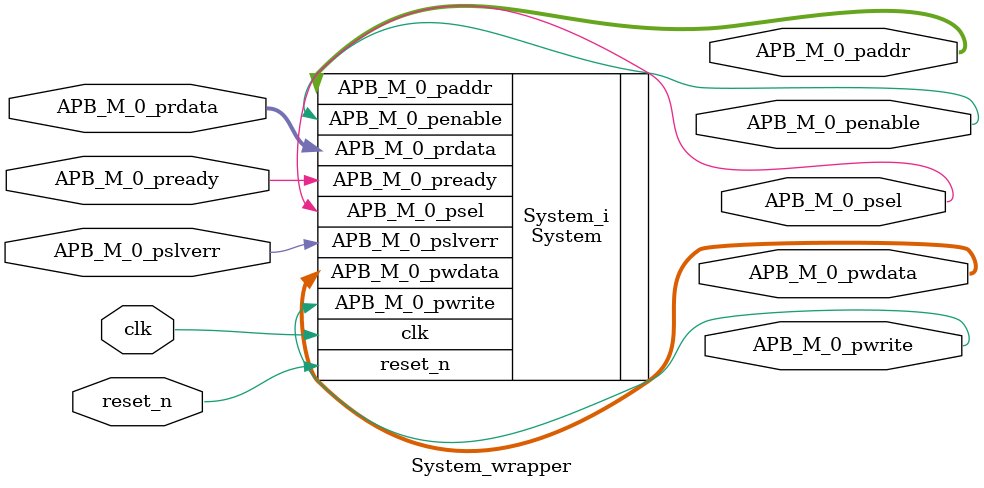
<source format=v>
`timescale 1 ps / 1 ps

module System_wrapper
   (APB_M_0_paddr,
    APB_M_0_penable,
    APB_M_0_prdata,
    APB_M_0_pready,
    APB_M_0_psel,
    APB_M_0_pslverr,
    APB_M_0_pwdata,
    APB_M_0_pwrite,
    clk,
    reset_n);
  output [31:0]APB_M_0_paddr;
  output APB_M_0_penable;
  input [31:0]APB_M_0_prdata;
  input [0:0]APB_M_0_pready;
  output [0:0]APB_M_0_psel;
  input [0:0]APB_M_0_pslverr;
  output [31:0]APB_M_0_pwdata;
  output APB_M_0_pwrite;
  input clk;
  input reset_n;

  wire [31:0]APB_M_0_paddr;
  wire APB_M_0_penable;
  wire [31:0]APB_M_0_prdata;
  wire [0:0]APB_M_0_pready;
  wire [0:0]APB_M_0_psel;
  wire [0:0]APB_M_0_pslverr;
  wire [31:0]APB_M_0_pwdata;
  wire APB_M_0_pwrite;
  wire clk;
  wire reset_n;

  System System_i
       (.APB_M_0_paddr(APB_M_0_paddr),
        .APB_M_0_penable(APB_M_0_penable),
        .APB_M_0_prdata(APB_M_0_prdata),
        .APB_M_0_pready(APB_M_0_pready),
        .APB_M_0_psel(APB_M_0_psel),
        .APB_M_0_pslverr(APB_M_0_pslverr),
        .APB_M_0_pwdata(APB_M_0_pwdata),
        .APB_M_0_pwrite(APB_M_0_pwrite),
        .clk(clk),
        .reset_n(reset_n));
endmodule

</source>
